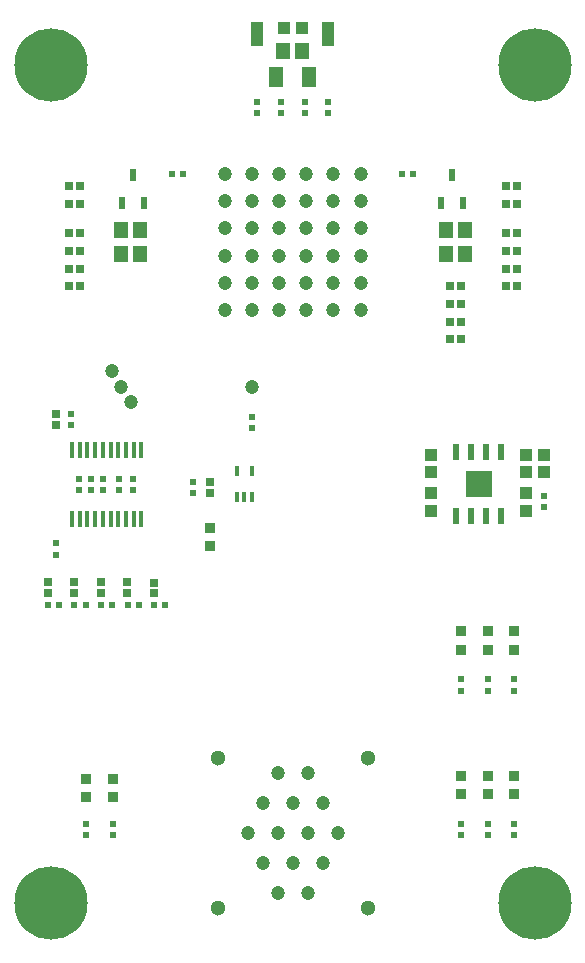
<source format=gts>
G04*
G04 #@! TF.GenerationSoftware,Altium Limited,Altium Designer,23.11.1 (41)*
G04*
G04 Layer_Color=8388736*
%FSLAX25Y25*%
%MOIN*%
G70*
G04*
G04 #@! TF.SameCoordinates,CB1B34B6-0843-45E9-8427-EF7A7B179012*
G04*
G04*
G04 #@! TF.FilePolarity,Negative*
G04*
G01*
G75*
%ADD33R,0.02362X0.02165*%
%ADD34R,0.02520X0.02520*%
%ADD35R,0.02165X0.02362*%
%ADD36R,0.02520X0.02520*%
%ADD37C,0.04724*%
%ADD38R,0.01772X0.05709*%
%ADD39R,0.03740X0.03347*%
%ADD40R,0.02362X0.03937*%
%ADD41R,0.03937X0.04134*%
%ADD42R,0.02362X0.05709*%
%ADD43R,0.01575X0.03347*%
%ADD44R,0.09055X0.09055*%
%ADD45R,0.05118X0.05709*%
%ADD46R,0.05118X0.07087*%
%ADD47R,0.04134X0.03937*%
%ADD48R,0.03937X0.07874*%
%ADD49C,0.24422*%
%ADD50C,0.04724*%
%ADD51C,0.05118*%
D33*
X-57874Y-1870D02*
D03*
Y1870D02*
D03*
X-73819Y19783D02*
D03*
Y23524D02*
D03*
X-78740Y-23524D02*
D03*
Y-19783D02*
D03*
X-53150Y-1870D02*
D03*
Y1870D02*
D03*
X-13583Y18799D02*
D03*
Y22539D02*
D03*
X83661Y-7776D02*
D03*
Y-4035D02*
D03*
X-71260Y-1870D02*
D03*
Y1870D02*
D03*
X-67323Y-1870D02*
D03*
Y1870D02*
D03*
X-63386Y-1870D02*
D03*
Y1870D02*
D03*
X11811Y127461D02*
D03*
Y123721D02*
D03*
X3937Y127461D02*
D03*
Y123721D02*
D03*
X-3937Y127461D02*
D03*
Y123721D02*
D03*
X-11811Y127461D02*
D03*
Y123721D02*
D03*
X-33189Y689D02*
D03*
Y-3051D02*
D03*
X-60039Y-113287D02*
D03*
Y-117028D02*
D03*
X-68898Y-113287D02*
D03*
Y-117028D02*
D03*
X64961Y-65059D02*
D03*
Y-68799D02*
D03*
X56102Y-65059D02*
D03*
Y-68799D02*
D03*
X73819Y-65059D02*
D03*
Y-68799D02*
D03*
X56102Y-113287D02*
D03*
Y-117028D02*
D03*
X64961Y-113287D02*
D03*
Y-117028D02*
D03*
X73819Y-113287D02*
D03*
Y-117028D02*
D03*
D34*
X-72835Y-36260D02*
D03*
Y-32638D02*
D03*
X-55118Y-36260D02*
D03*
Y-32638D02*
D03*
X-63976Y-36260D02*
D03*
Y-32638D02*
D03*
X-81693Y-36260D02*
D03*
Y-32638D02*
D03*
X-46260Y-36417D02*
D03*
Y-32795D02*
D03*
X-78740Y19842D02*
D03*
Y23465D02*
D03*
X-27559Y827D02*
D03*
Y-2795D02*
D03*
D35*
X-72736Y-40354D02*
D03*
X-68996D02*
D03*
X-46161Y-40354D02*
D03*
X-42421D02*
D03*
X-55020D02*
D03*
X-51279D02*
D03*
X-81595Y-40354D02*
D03*
X-77854D02*
D03*
X-63878Y-40354D02*
D03*
X-60138D02*
D03*
X36516Y103347D02*
D03*
X40256D02*
D03*
X-36516D02*
D03*
X-40256D02*
D03*
D36*
X55945Y48228D02*
D03*
X52323D02*
D03*
X-74646Y65945D02*
D03*
X-71024D02*
D03*
X74646D02*
D03*
X71024D02*
D03*
X52323Y54134D02*
D03*
X55945D02*
D03*
X52323Y60039D02*
D03*
X55945D02*
D03*
X52323Y65945D02*
D03*
X55945D02*
D03*
X-71024Y83661D02*
D03*
X-74646D02*
D03*
X-71024Y77756D02*
D03*
X-74646D02*
D03*
X-71024Y71850D02*
D03*
X-74646D02*
D03*
X71024D02*
D03*
X74646D02*
D03*
X71024Y77756D02*
D03*
X74646D02*
D03*
X71024Y83661D02*
D03*
X74646D02*
D03*
X71024Y93504D02*
D03*
X74646D02*
D03*
X71024Y99410D02*
D03*
X74646D02*
D03*
X-71024Y93504D02*
D03*
X-74646D02*
D03*
X-71024Y99409D02*
D03*
X-74646D02*
D03*
D37*
X-13583Y32283D02*
D03*
Y67126D02*
D03*
X-53937Y27362D02*
D03*
X-4528Y94291D02*
D03*
X4528D02*
D03*
X-22638Y103347D02*
D03*
X22638D02*
D03*
X-13583D02*
D03*
Y94291D02*
D03*
X13583Y103347D02*
D03*
Y94291D02*
D03*
X-22638Y67126D02*
D03*
X-13583Y85236D02*
D03*
X-60236Y37598D02*
D03*
X-13583Y76181D02*
D03*
X-57087Y32480D02*
D03*
X-22638Y58071D02*
D03*
X13583D02*
D03*
X22638D02*
D03*
X-4528Y103347D02*
D03*
X4528D02*
D03*
X-4528Y58071D02*
D03*
X4528D02*
D03*
X-4528Y85236D02*
D03*
X4528D02*
D03*
X13583D02*
D03*
X-4528Y76181D02*
D03*
X4528D02*
D03*
X13583D02*
D03*
X-13583Y58071D02*
D03*
X-22638Y85236D02*
D03*
X22638D02*
D03*
Y76181D02*
D03*
X-22638D02*
D03*
Y94291D02*
D03*
X22638D02*
D03*
X-4528Y67126D02*
D03*
X4528D02*
D03*
X13583D02*
D03*
X22638D02*
D03*
D38*
X-63287Y11516D02*
D03*
X-58169Y-11516D02*
D03*
X-55610Y11516D02*
D03*
X-70965Y-11516D02*
D03*
X-68405Y11516D02*
D03*
X-65847Y-11516D02*
D03*
X-68405D02*
D03*
X-65847Y11516D02*
D03*
X-53051Y-11516D02*
D03*
X-50492Y11516D02*
D03*
X-63287Y-11516D02*
D03*
X-60728D02*
D03*
X-55610D02*
D03*
X-50492D02*
D03*
X-70965Y11516D02*
D03*
X-60728D02*
D03*
X-58169D02*
D03*
X-53051D02*
D03*
X-73524Y-11516D02*
D03*
Y11516D02*
D03*
D39*
X-60039Y-104429D02*
D03*
X-68898D02*
D03*
X64961Y-55216D02*
D03*
X56102D02*
D03*
X73819D02*
D03*
X56102Y-103445D02*
D03*
X64960Y-103445D02*
D03*
X73819Y-103445D02*
D03*
X-27559Y-14665D02*
D03*
X73819Y-49114D02*
D03*
X56102D02*
D03*
X64961D02*
D03*
X-68898Y-98327D02*
D03*
X-60039D02*
D03*
X64960Y-97343D02*
D03*
X73819Y-97342D02*
D03*
X56102D02*
D03*
X-27559Y-20768D02*
D03*
D40*
X-53150Y103150D02*
D03*
X53150D02*
D03*
X-56890Y93701D02*
D03*
X49409D02*
D03*
X56890D02*
D03*
X-49409D02*
D03*
D41*
X46260Y-8858D02*
D03*
X77756Y9843D02*
D03*
X46260D02*
D03*
X77756Y-2953D02*
D03*
X46260Y3937D02*
D03*
X77756D02*
D03*
X46260Y-2953D02*
D03*
X83661Y3937D02*
D03*
X77756Y-8858D02*
D03*
X83661Y9843D02*
D03*
D42*
X54508Y-10728D02*
D03*
X59508D02*
D03*
X69508Y10728D02*
D03*
X59508D02*
D03*
X54508D02*
D03*
X64508Y-10728D02*
D03*
X69508D02*
D03*
X64508Y10728D02*
D03*
D43*
X-13583Y-4331D02*
D03*
X-16142D02*
D03*
X-13583Y4331D02*
D03*
X-18701D02*
D03*
Y-4331D02*
D03*
D44*
X62008Y0D02*
D03*
D45*
X-57284Y76772D02*
D03*
Y84646D02*
D03*
X57284D02*
D03*
Y76772D02*
D03*
X-3150Y144488D02*
D03*
X3150D02*
D03*
X50984Y84646D02*
D03*
Y76772D02*
D03*
X-50984Y84646D02*
D03*
Y76772D02*
D03*
D46*
X-5512Y135827D02*
D03*
X5512D02*
D03*
D47*
X-2953Y151969D02*
D03*
X2953D02*
D03*
D48*
X-11811Y150000D02*
D03*
X11811D02*
D03*
D49*
X80709Y-139764D02*
D03*
X-80709Y139764D02*
D03*
X80709D02*
D03*
X-80709Y-139764D02*
D03*
D50*
X-5000Y-116142D02*
D03*
X0Y-106142D02*
D03*
X-10000D02*
D03*
X5000Y-116142D02*
D03*
X-15000D02*
D03*
X10000Y-106142D02*
D03*
X15000Y-116142D02*
D03*
X-5000Y-96142D02*
D03*
X5000D02*
D03*
X10000Y-126142D02*
D03*
X-10000D02*
D03*
X5000Y-136142D02*
D03*
X-5000D02*
D03*
X0Y-126142D02*
D03*
D51*
X25000Y-91142D02*
D03*
Y-141142D02*
D03*
X-25000D02*
D03*
Y-91142D02*
D03*
M02*

</source>
